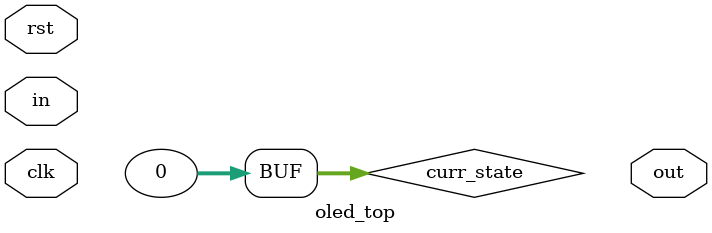
<source format=sv>
`timescale 1ns / 1ps

typedef enum {Idle, Hold, Oper, Done} oled_state_t;


module oled_top(input clk, input rst, input in, output out);
    logic init_done, oper_done;
    oled_state_t curr_state, next_state;
    
    // fsm_init()
    // fsm_oper()
    
    
    initial begin
        curr_state = Idle;
    end
    
    always @*
        case(curr_state)
            Idle : next_state = Hold;
            Hold : if(init_done) next_state = Oper;
            Oper : if(oper_done) next_state = Done;
        endcase

endmodule

</source>
